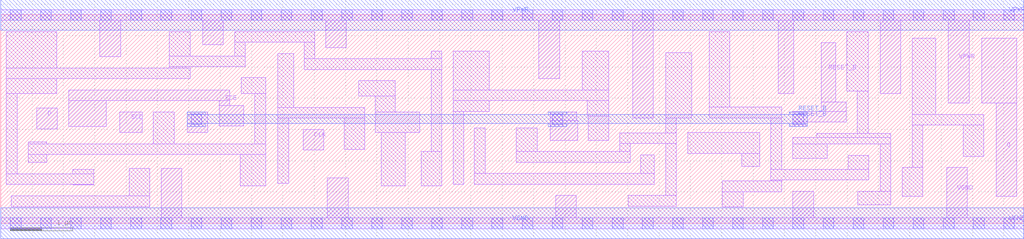
<source format=lef>
# Copyright 2020 The SkyWater PDK Authors
#
# Licensed under the Apache License, Version 2.0 (the "License");
# you may not use this file except in compliance with the License.
# You may obtain a copy of the License at
#
#     https://www.apache.org/licenses/LICENSE-2.0
#
# Unless required by applicable law or agreed to in writing, software
# distributed under the License is distributed on an "AS IS" BASIS,
# WITHOUT WARRANTIES OR CONDITIONS OF ANY KIND, either express or implied.
# See the License for the specific language governing permissions and
# limitations under the License.
#
# SPDX-License-Identifier: Apache-2.0

VERSION 5.7 ;
  NAMESCASESENSITIVE ON ;
  NOWIREEXTENSIONATPIN ON ;
  DIVIDERCHAR "/" ;
  BUSBITCHARS "[]" ;
UNITS
  DATABASE MICRONS 200 ;
END UNITS
MACRO sky130_fd_sc_lp__sdfrtp_lp2
  CLASS CORE ;
  SOURCE USER ;
  FOREIGN sky130_fd_sc_lp__sdfrtp_lp2 ;
  ORIGIN  0.000000  0.000000 ;
  SIZE  16.32000 BY  3.330000 ;
  SYMMETRY R90 ;
  SITE unit ;
  PIN D
    ANTENNAGATEAREA  0.313000 ;
    DIRECTION INPUT ;
    USE SIGNAL ;
    PORT
      LAYER li1 ;
        RECT 0.575000 1.510000 0.905000 1.840000 ;
    END
  END D
  PIN Q
    ANTENNADIFFAREA  0.404700 ;
    DIRECTION OUTPUT ;
    USE SIGNAL ;
    PORT
      LAYER li1 ;
        RECT 15.645000 1.920000 16.205000 2.960000 ;
        RECT 15.875000 0.430000 16.205000 1.920000 ;
    END
  END Q
  PIN RESET_B
    ANTENNAGATEAREA  0.939000 ;
    DIRECTION INPUT ;
    USE SIGNAL ;
    PORT
      LAYER li1 ;
        RECT  2.975000 1.450000  3.305000 1.780000 ;
        RECT  8.765000 1.325000  9.200000 1.645000 ;
        RECT  8.765000 1.645000  9.185000 1.780000 ;
        RECT 12.635000 1.550000 12.835000 1.615000 ;
        RECT 12.635000 1.615000 13.485000 1.785000 ;
        RECT 13.085000 1.785000 13.485000 1.935000 ;
        RECT 13.085000 1.935000 13.315000 2.890000 ;
      LAYER mcon ;
        RECT  3.035000 1.580000  3.205000 1.750000 ;
        RECT  8.795000 1.580000  8.965000 1.750000 ;
        RECT 12.635000 1.580000 12.805000 1.750000 ;
      LAYER met1 ;
        RECT  2.975000 1.550000  3.265000 1.595000 ;
        RECT  2.975000 1.595000 12.865000 1.735000 ;
        RECT  2.975000 1.735000  3.265000 1.780000 ;
        RECT  8.735000 1.550000  9.025000 1.595000 ;
        RECT  8.735000 1.735000  9.025000 1.780000 ;
        RECT 12.575000 1.550000 12.865000 1.595000 ;
        RECT 12.575000 1.735000 12.865000 1.780000 ;
    END
  END RESET_B
  PIN SCD
    ANTENNAGATEAREA  0.313000 ;
    DIRECTION INPUT ;
    USE SIGNAL ;
    PORT
      LAYER li1 ;
        RECT 1.895000 1.450000 2.255000 1.780000 ;
    END
  END SCD
  PIN SCE
    ANTENNAGATEAREA  0.689000 ;
    DIRECTION INPUT ;
    USE SIGNAL ;
    PORT
      LAYER li1 ;
        RECT 1.085000 1.550000 1.685000 1.960000 ;
        RECT 1.085000 1.960000 3.655000 2.130000 ;
        RECT 3.485000 1.555000 3.875000 1.885000 ;
        RECT 3.485000 1.885000 3.655000 1.960000 ;
    END
  END SCE
  PIN CLK
    ANTENNAGATEAREA  0.376000 ;
    DIRECTION INPUT ;
    USE CLOCK ;
    PORT
      LAYER li1 ;
        RECT 4.825000 1.170000 5.155000 1.500000 ;
    END
  END CLK
  PIN VGND
    DIRECTION INOUT ;
    USE GROUND ;
    PORT
      LAYER li1 ;
        RECT  0.000000 -0.085000 16.320000 0.085000 ;
        RECT  2.560000  0.085000  2.890000 0.880000 ;
        RECT  5.210000  0.085000  5.540000 0.725000 ;
        RECT  8.850000  0.085000  9.180000 0.445000 ;
        RECT 12.635000  0.085000 12.965000 0.510000 ;
        RECT 15.085000  0.085000 15.415000 0.890000 ;
      LAYER mcon ;
        RECT  0.155000 -0.085000  0.325000 0.085000 ;
        RECT  0.635000 -0.085000  0.805000 0.085000 ;
        RECT  1.115000 -0.085000  1.285000 0.085000 ;
        RECT  1.595000 -0.085000  1.765000 0.085000 ;
        RECT  2.075000 -0.085000  2.245000 0.085000 ;
        RECT  2.555000 -0.085000  2.725000 0.085000 ;
        RECT  3.035000 -0.085000  3.205000 0.085000 ;
        RECT  3.515000 -0.085000  3.685000 0.085000 ;
        RECT  3.995000 -0.085000  4.165000 0.085000 ;
        RECT  4.475000 -0.085000  4.645000 0.085000 ;
        RECT  4.955000 -0.085000  5.125000 0.085000 ;
        RECT  5.435000 -0.085000  5.605000 0.085000 ;
        RECT  5.915000 -0.085000  6.085000 0.085000 ;
        RECT  6.395000 -0.085000  6.565000 0.085000 ;
        RECT  6.875000 -0.085000  7.045000 0.085000 ;
        RECT  7.355000 -0.085000  7.525000 0.085000 ;
        RECT  7.835000 -0.085000  8.005000 0.085000 ;
        RECT  8.315000 -0.085000  8.485000 0.085000 ;
        RECT  8.795000 -0.085000  8.965000 0.085000 ;
        RECT  9.275000 -0.085000  9.445000 0.085000 ;
        RECT  9.755000 -0.085000  9.925000 0.085000 ;
        RECT 10.235000 -0.085000 10.405000 0.085000 ;
        RECT 10.715000 -0.085000 10.885000 0.085000 ;
        RECT 11.195000 -0.085000 11.365000 0.085000 ;
        RECT 11.675000 -0.085000 11.845000 0.085000 ;
        RECT 12.155000 -0.085000 12.325000 0.085000 ;
        RECT 12.635000 -0.085000 12.805000 0.085000 ;
        RECT 13.115000 -0.085000 13.285000 0.085000 ;
        RECT 13.595000 -0.085000 13.765000 0.085000 ;
        RECT 14.075000 -0.085000 14.245000 0.085000 ;
        RECT 14.555000 -0.085000 14.725000 0.085000 ;
        RECT 15.035000 -0.085000 15.205000 0.085000 ;
        RECT 15.515000 -0.085000 15.685000 0.085000 ;
        RECT 15.995000 -0.085000 16.165000 0.085000 ;
      LAYER met1 ;
        RECT 0.000000 -0.245000 16.320000 0.245000 ;
    END
  END VGND
  PIN VPWR
    DIRECTION INOUT ;
    USE POWER ;
    PORT
      LAYER li1 ;
        RECT  0.000000 3.245000 16.320000 3.415000 ;
        RECT  1.580000 2.660000  1.910000 3.245000 ;
        RECT  3.220000 2.855000  3.550000 3.245000 ;
        RECT  5.180000 2.810000  5.510000 3.245000 ;
        RECT  8.585000 2.310000  8.915000 3.245000 ;
        RECT 10.080000 1.685000 10.410000 3.245000 ;
        RECT 12.400000 2.075000 12.650000 3.245000 ;
        RECT 14.025000 2.075000 14.355000 3.245000 ;
        RECT 15.115000 1.920000 15.445000 3.245000 ;
      LAYER mcon ;
        RECT  0.155000 3.245000  0.325000 3.415000 ;
        RECT  0.635000 3.245000  0.805000 3.415000 ;
        RECT  1.115000 3.245000  1.285000 3.415000 ;
        RECT  1.595000 3.245000  1.765000 3.415000 ;
        RECT  2.075000 3.245000  2.245000 3.415000 ;
        RECT  2.555000 3.245000  2.725000 3.415000 ;
        RECT  3.035000 3.245000  3.205000 3.415000 ;
        RECT  3.515000 3.245000  3.685000 3.415000 ;
        RECT  3.995000 3.245000  4.165000 3.415000 ;
        RECT  4.475000 3.245000  4.645000 3.415000 ;
        RECT  4.955000 3.245000  5.125000 3.415000 ;
        RECT  5.435000 3.245000  5.605000 3.415000 ;
        RECT  5.915000 3.245000  6.085000 3.415000 ;
        RECT  6.395000 3.245000  6.565000 3.415000 ;
        RECT  6.875000 3.245000  7.045000 3.415000 ;
        RECT  7.355000 3.245000  7.525000 3.415000 ;
        RECT  7.835000 3.245000  8.005000 3.415000 ;
        RECT  8.315000 3.245000  8.485000 3.415000 ;
        RECT  8.795000 3.245000  8.965000 3.415000 ;
        RECT  9.275000 3.245000  9.445000 3.415000 ;
        RECT  9.755000 3.245000  9.925000 3.415000 ;
        RECT 10.235000 3.245000 10.405000 3.415000 ;
        RECT 10.715000 3.245000 10.885000 3.415000 ;
        RECT 11.195000 3.245000 11.365000 3.415000 ;
        RECT 11.675000 3.245000 11.845000 3.415000 ;
        RECT 12.155000 3.245000 12.325000 3.415000 ;
        RECT 12.635000 3.245000 12.805000 3.415000 ;
        RECT 13.115000 3.245000 13.285000 3.415000 ;
        RECT 13.595000 3.245000 13.765000 3.415000 ;
        RECT 14.075000 3.245000 14.245000 3.415000 ;
        RECT 14.555000 3.245000 14.725000 3.415000 ;
        RECT 15.035000 3.245000 15.205000 3.415000 ;
        RECT 15.515000 3.245000 15.685000 3.415000 ;
        RECT 15.995000 3.245000 16.165000 3.415000 ;
      LAYER met1 ;
        RECT 0.000000 3.085000 16.320000 3.575000 ;
    END
  END VPWR
  OBS
    LAYER li1 ;
      RECT  0.090000 0.620000  1.480000 0.790000 ;
      RECT  0.090000 0.790000  0.260000 2.075000 ;
      RECT  0.090000 2.075000  0.890000 2.310000 ;
      RECT  0.090000 2.310000  3.020000 2.480000 ;
      RECT  0.090000 2.480000  0.890000 3.065000 ;
      RECT  0.170000 0.265000  2.380000 0.435000 ;
      RECT  0.170000 0.435000  0.500000 0.440000 ;
      RECT  0.440000 0.970000  0.735000 1.100000 ;
      RECT  0.440000 1.100000  4.225000 1.270000 ;
      RECT  0.440000 1.270000  0.735000 1.300000 ;
      RECT  1.150000 0.615000  1.480000 0.620000 ;
      RECT  1.150000 0.790000  1.480000 0.865000 ;
      RECT  2.050000 0.435000  2.380000 0.880000 ;
      RECT  2.435000 1.270000  2.765000 1.780000 ;
      RECT  2.690000 2.480000  3.020000 2.505000 ;
      RECT  2.690000 2.505000  3.900000 2.675000 ;
      RECT  2.690000 2.675000  3.020000 3.065000 ;
      RECT  3.730000 2.675000  3.900000 2.895000 ;
      RECT  3.730000 2.895000  5.010000 3.065000 ;
      RECT  3.820000 0.595000  4.225000 1.100000 ;
      RECT  3.835000 2.075000  4.225000 2.325000 ;
      RECT  4.055000 1.270000  4.225000 2.075000 ;
      RECT  4.420000 0.635000  4.590000 1.680000 ;
      RECT  4.420000 1.680000  5.805000 1.850000 ;
      RECT  4.420000 1.850000  4.670000 2.715000 ;
      RECT  4.840000 2.460000  7.035000 2.630000 ;
      RECT  4.840000 2.630000  5.010000 2.895000 ;
      RECT  5.475000 1.180000  5.805000 1.680000 ;
      RECT  5.710000 2.030000  6.290000 2.280000 ;
      RECT  5.975000 1.450000  6.685000 1.780000 ;
      RECT  5.975000 1.780000  6.290000 2.030000 ;
      RECT  6.070000 0.595000  6.455000 1.450000 ;
      RECT  6.705000 0.595000  7.035000 1.145000 ;
      RECT  6.865000 1.145000  7.035000 2.460000 ;
      RECT  6.865000 2.630000  7.035000 2.755000 ;
      RECT  7.215000 0.625000  7.385000 1.790000 ;
      RECT  7.215000 1.790000  7.790000 1.960000 ;
      RECT  7.215000 1.960000  9.700000 2.130000 ;
      RECT  7.215000 2.130000  7.790000 2.755000 ;
      RECT  7.555000 0.625000 10.425000 0.795000 ;
      RECT  7.555000 0.795000  7.725000 1.525000 ;
      RECT  8.225000 0.975000 10.040000 1.145000 ;
      RECT  8.225000 1.145000  8.555000 1.525000 ;
      RECT  9.275000 2.130000  9.700000 2.755000 ;
      RECT  9.355000 1.715000  9.700000 1.960000 ;
      RECT  9.370000 1.325000  9.700000 1.715000 ;
      RECT  9.870000 1.145000 10.040000 1.275000 ;
      RECT  9.870000 1.275000 10.775000 1.445000 ;
      RECT 10.005000 0.275000 10.775000 0.445000 ;
      RECT 10.210000 0.795000 10.425000 1.095000 ;
      RECT 10.605000 0.445000 10.775000 1.275000 ;
      RECT 10.605000 1.445000 10.775000 1.685000 ;
      RECT 10.605000 1.685000 11.020000 2.725000 ;
      RECT 10.955000 1.120000 12.105000 1.450000 ;
      RECT 11.300000 1.685000 12.455000 1.855000 ;
      RECT 11.300000 1.855000 11.630000 3.065000 ;
      RECT 11.510000 0.265000 11.840000 0.505000 ;
      RECT 11.510000 0.505000 12.455000 0.675000 ;
      RECT 11.815000 0.910000 12.105000 1.120000 ;
      RECT 12.285000 0.675000 12.455000 0.690000 ;
      RECT 12.285000 0.690000 13.845000 0.860000 ;
      RECT 12.285000 0.860000 12.455000 1.685000 ;
      RECT 12.635000 1.040000 13.185000 1.265000 ;
      RECT 12.635000 1.265000 14.195000 1.370000 ;
      RECT 13.015000 1.370000 14.195000 1.435000 ;
      RECT 13.495000 2.115000 13.835000 3.065000 ;
      RECT 13.515000 0.860000 13.845000 1.085000 ;
      RECT 13.665000 1.435000 13.835000 2.115000 ;
      RECT 13.670000 0.295000 14.195000 0.510000 ;
      RECT 14.025000 0.510000 14.195000 1.265000 ;
      RECT 14.375000 0.430000 14.705000 0.890000 ;
      RECT 14.535000 0.890000 14.705000 1.570000 ;
      RECT 14.535000 1.570000 15.680000 1.740000 ;
      RECT 14.535000 1.740000 14.915000 2.960000 ;
      RECT 15.350000 1.070000 15.680000 1.570000 ;
  END
END sky130_fd_sc_lp__sdfrtp_lp2

</source>
